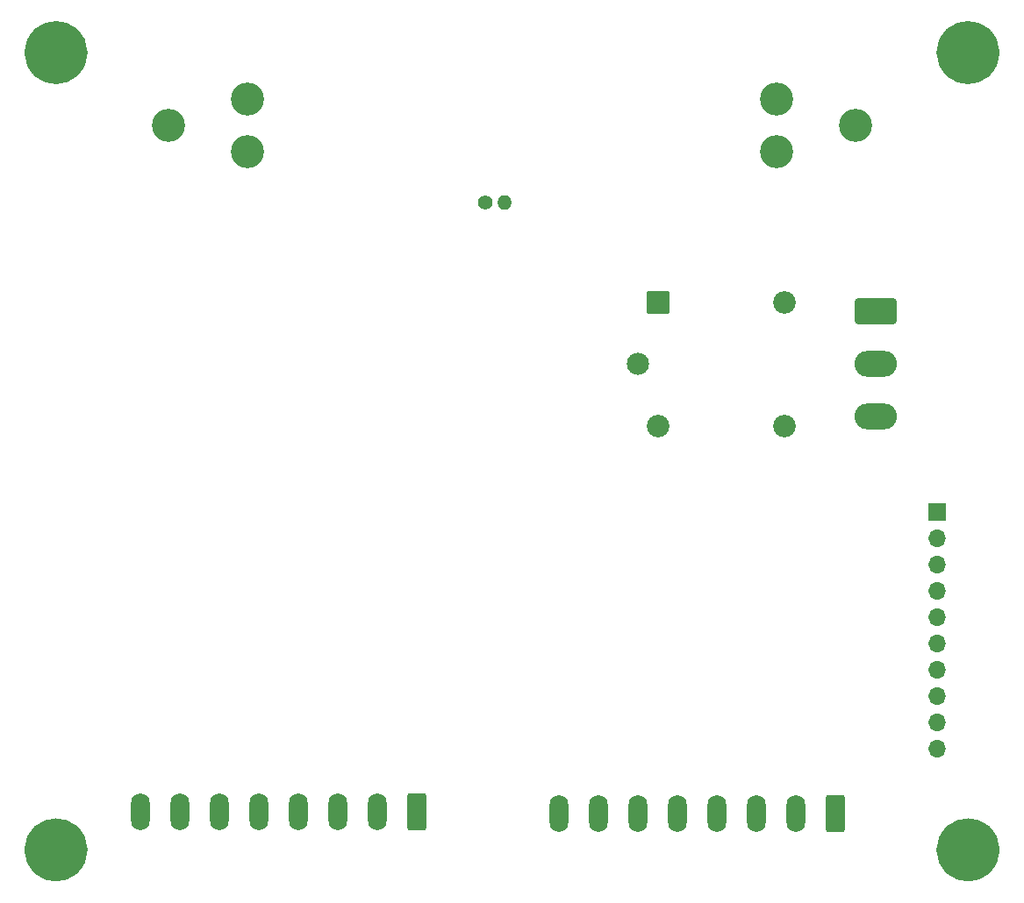
<source format=gbr>
%TF.GenerationSoftware,KiCad,Pcbnew,8.0.8*%
%TF.CreationDate,2025-03-05T18:01:18-08:00*%
%TF.ProjectId,LoRa-BLE-Sensor,4c6f5261-2d42-44c4-952d-53656e736f72,1*%
%TF.SameCoordinates,Original*%
%TF.FileFunction,Soldermask,Bot*%
%TF.FilePolarity,Negative*%
%FSLAX46Y46*%
G04 Gerber Fmt 4.6, Leading zero omitted, Abs format (unit mm)*
G04 Created by KiCad (PCBNEW 8.0.8) date 2025-03-05 18:01:18*
%MOMM*%
%LPD*%
G01*
G04 APERTURE LIST*
G04 Aperture macros list*
%AMRoundRect*
0 Rectangle with rounded corners*
0 $1 Rounding radius*
0 $2 $3 $4 $5 $6 $7 $8 $9 X,Y pos of 4 corners*
0 Add a 4 corners polygon primitive as box body*
4,1,4,$2,$3,$4,$5,$6,$7,$8,$9,$2,$3,0*
0 Add four circle primitives for the rounded corners*
1,1,$1+$1,$2,$3*
1,1,$1+$1,$4,$5*
1,1,$1+$1,$6,$7*
1,1,$1+$1,$8,$9*
0 Add four rect primitives between the rounded corners*
20,1,$1+$1,$2,$3,$4,$5,0*
20,1,$1+$1,$4,$5,$6,$7,0*
20,1,$1+$1,$6,$7,$8,$9,0*
20,1,$1+$1,$8,$9,$2,$3,0*%
G04 Aperture macros list end*
%ADD10C,3.050000*%
%ADD11C,3.200000*%
%ADD12RoundRect,0.250000X0.650000X1.550000X-0.650000X1.550000X-0.650000X-1.550000X0.650000X-1.550000X0*%
%ADD13O,1.800000X3.600000*%
%ADD14RoundRect,0.347223X-1.702777X0.902777X-1.702777X-0.902777X1.702777X-0.902777X1.702777X0.902777X0*%
%ADD15O,4.100000X2.500000*%
%ADD16RoundRect,0.102000X-0.990000X-0.990000X0.990000X-0.990000X0.990000X0.990000X-0.990000X0.990000X0*%
%ADD17C,2.184000*%
%ADD18C,2.139000*%
%ADD19C,1.400000*%
%ADD20O,1.400000X1.400000*%
%ADD21R,1.700000X1.700000*%
%ADD22O,1.700000X1.700000*%
G04 APERTURE END LIST*
D10*
X157525000Y-34000000D02*
G75*
G02*
X154475000Y-34000000I-1525000J0D01*
G01*
X154475000Y-34000000D02*
G75*
G02*
X157525000Y-34000000I1525000J0D01*
G01*
X157525000Y-111000000D02*
G75*
G02*
X154475000Y-111000000I-1525000J0D01*
G01*
X154475000Y-111000000D02*
G75*
G02*
X157525000Y-111000000I1525000J0D01*
G01*
X69525000Y-111000000D02*
G75*
G02*
X66475000Y-111000000I-1525000J0D01*
G01*
X66475000Y-111000000D02*
G75*
G02*
X69525000Y-111000000I1525000J0D01*
G01*
X69525000Y-34000000D02*
G75*
G02*
X66475000Y-34000000I-1525000J0D01*
G01*
X66475000Y-34000000D02*
G75*
G02*
X69525000Y-34000000I1525000J0D01*
G01*
D11*
%TO.C,REF\u002A\u002A*%
X156000000Y-111000000D03*
%TD*%
%TO.C,J2*%
X78880000Y-41000000D03*
X86500000Y-38460000D03*
X86500000Y-43540000D03*
X137500000Y-38460000D03*
X137500000Y-43540000D03*
X145120000Y-41000000D03*
%TD*%
D12*
%TO.C,J6*%
X143240000Y-107500000D03*
D13*
X139430000Y-107500000D03*
X135620000Y-107500000D03*
X131810000Y-107500000D03*
X128000000Y-107500000D03*
X124190000Y-107500000D03*
X120380000Y-107500000D03*
X116570000Y-107500000D03*
%TD*%
D11*
%TO.C,REF\u002A\u002A*%
X156000000Y-34000000D03*
%TD*%
%TO.C,REF\u002A\u002A*%
X68000000Y-111000000D03*
%TD*%
D14*
%TO.C,J4*%
X147112500Y-59020000D03*
D15*
X147112500Y-64100000D03*
X147112500Y-69180000D03*
%TD*%
D16*
%TO.C,K1*%
X126112500Y-58100000D03*
D17*
X126112500Y-70100000D03*
D18*
X124112500Y-64100000D03*
D17*
X138312500Y-58100000D03*
X138312500Y-70100000D03*
%TD*%
D12*
%TO.C,J5*%
X102817500Y-107357500D03*
D13*
X99007500Y-107357500D03*
X95197500Y-107357500D03*
X91387500Y-107357500D03*
X87577500Y-107357500D03*
X83767500Y-107357500D03*
X79957500Y-107357500D03*
X76147500Y-107357500D03*
%TD*%
D11*
%TO.C,REF\u002A\u002A*%
X68000000Y-34000000D03*
%TD*%
D19*
%TO.C,TH1*%
X109395000Y-48500000D03*
D20*
X111295000Y-48500000D03*
%TD*%
D21*
%TO.C,J7*%
X153000000Y-78375000D03*
D22*
X153000000Y-80915000D03*
X153000000Y-83455000D03*
X153000000Y-85995000D03*
X153000000Y-88535000D03*
X153000000Y-91075000D03*
X153000000Y-93615000D03*
X153000000Y-96155000D03*
X153000000Y-98695000D03*
X153000000Y-101235000D03*
%TD*%
M02*

</source>
